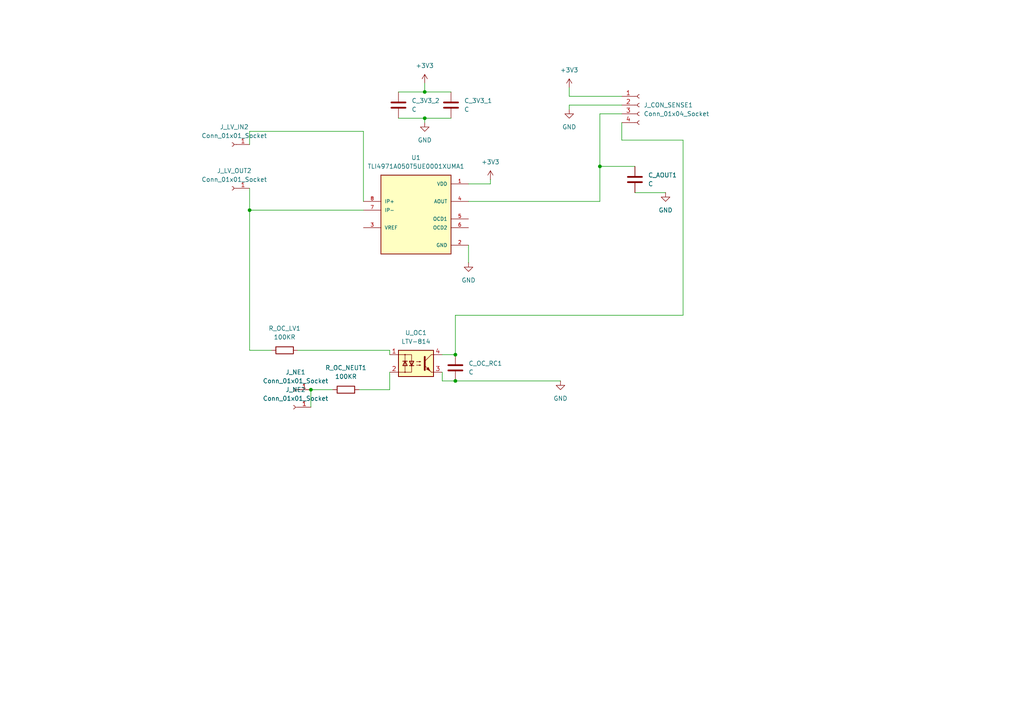
<source format=kicad_sch>
(kicad_sch (version 20231120) (generator "eeschema") (generator_version "8.0")
  (paper "A4")
  (lib_symbols
    (symbol "Connector:Conn_01x01_Socket" (pin_names (offset 1.016) hide)
      (property "Reference" "J" (at 0 2.54 0))
      (property "Value" "Conn_01x01_Socket" (at 0 -2.54 0))
      (symbol "Conn_01x01_Socket_1_1"
        (polyline (pts (xy -1.27 0) (xy -0.508 0)) (stroke (width 0.1524)))
        (arc (start 0 0.508) (mid -0.5058 0) (end 0 -0.508) (stroke (width 0.1524)))
        (pin passive line (at -5.08 0 0) (length 3.81) (name "Pin_1") (number "1"))
      )
    )
    (symbol "Connector:Conn_01x04_Socket" (pin_names (offset 1.016) hide)
      (property "Reference" "J" (at 0 5.08 0))
      (property "Value" "Conn_01x04_Socket" (at 0 -7.62 0))
      (symbol "Conn_01x04_Socket_1_1"
        (arc (start 0 -4.572) (mid -0.5058 -5.08) (end 0 -5.588) (stroke (width 0.1524)))
        (arc (start 0 -2.032) (mid -0.5058 -2.54) (end 0 -3.048) (stroke (width 0.1524)))
        (polyline (pts (xy -1.27 -5.08) (xy -0.508 -5.08)) (stroke (width 0.1524)))
        (polyline (pts (xy -1.27 -2.54) (xy -0.508 -2.54)) (stroke (width 0.1524)))
        (polyline (pts (xy -1.27 0) (xy -0.508 0)) (stroke (width 0.1524)))
        (polyline (pts (xy -1.27 2.54) (xy -0.508 2.54)) (stroke (width 0.1524)))
        (arc (start 0 0.508) (mid -0.5058 0) (end 0 -0.508) (stroke (width 0.1524)))
        (arc (start 0 3.048) (mid -0.5058 2.54) (end 0 2.032) (stroke (width 0.1524)))
        (pin passive line (at -5.08 2.54 0) (length 3.81) (name "Pin_1") (number "1"))
        (pin passive line (at -5.08 0 0) (length 3.81) (name "Pin_2") (number "2"))
        (pin passive line (at -5.08 -2.54 0) (length 3.81) (name "Pin_3") (number "3"))
        (pin passive line (at -5.08 -5.08 0) (length 3.81) (name "Pin_4") (number "4"))
      )
    )
    (symbol "Device:C" (pin_numbers hide) (pin_names (offset 0.254))
      (property "Reference" "C" (at 0.635 2.54 0))
      (property "Value" "C" (at 0.635 -2.54 0))
      (symbol "C_0_1"
        (polyline (pts (xy -2.032 -0.762) (xy 2.032 -0.762)) (stroke (width 0.508)))
        (polyline (pts (xy -2.032 0.762) (xy 2.032 0.762)) (stroke (width 0.508)))
      )
      (symbol "C_1_1"
        (pin passive line (at 0 3.81 270) (length 2.794) (name "~") (number "1"))
        (pin passive line (at 0 -3.81 90) (length 2.794) (name "~") (number "2"))
      )
    )
    (symbol "Device:R" (pin_numbers hide) (pin_names (offset 0))
      (property "Reference" "R" (at 2.032 0 90))
      (property "Value" "R" (at 0 0 90))
      (symbol "R_0_1"
        (rectangle (start -1.016 -2.54) (end 1.016 2.54) (stroke (width 0.254)))
      )
      (symbol "R_1_1"
        (pin passive line (at 0 3.81 270) (length 1.27) (name "~") (number "1"))
        (pin passive line (at 0 -3.81 90) (length 1.27) (name "~") (number "2"))
      )
    )
    (symbol "Isolator:LTV-814" (pin_names (offset 1.016))
      (property "Reference" "U" (at -5.08 5.08 0))
      (property "Value" "LTV-814" (at 0 5.08 0))
      (symbol "LTV-814_0_1"
        (rectangle (start -5.08 3.81) (end 5.08 -3.81) (stroke (width 0.254)) (fill (type background)))
        (circle (center -3.175 -2.54) (radius 0.127))
        (circle (center -3.175 2.54) (radius 0.127))
        (polyline (pts (xy -3.175 2.54) (xy -3.175 -2.54)))
        (polyline (pts (xy -1.905 -0.635) (xy -0.635 -0.635)) (stroke (width 0.254)))
        (polyline (pts (xy 2.54 0.635) (xy 4.445 2.54)))
        (polyline (pts (xy 4.445 -2.54) (xy 2.54 -0.635)) (fill (type outline)))
        (polyline (pts (xy 4.445 -2.54) (xy 5.08 -2.54)))
        (polyline (pts (xy 4.445 2.54) (xy 5.08 2.54)))
        (polyline (pts (xy -5.08 2.54) (xy -1.27 2.54) (xy -1.27 -0.762)))
        (polyline (pts (xy -1.27 -0.635) (xy -1.27 -2.54) (xy -5.08 -2.54)))
        (polyline (pts (xy 2.54 1.905) (xy 2.54 -1.905) (xy 2.54 -1.905)) (stroke (width 0.508)))
        (polyline (pts (xy -1.27 -0.635) (xy -1.905 0.635) (xy -0.635 0.635) (xy -1.27 -0.635)) (stroke (width 0.254)))
        (polyline (pts (xy 0.127 -0.508) (xy 1.397 -0.508) (xy 1.016 -0.635) (xy 1.016 -0.381) (xy 1.397 -0.508)))
        (polyline (pts (xy 0.127 0.508) (xy 1.397 0.508) (xy 1.016 0.381) (xy 1.016 0.635) (xy 1.397 0.508)))
        (polyline (pts (xy 3.048 -1.651) (xy 3.556 -1.143) (xy 4.064 -2.159) (xy 3.048 -1.651) (xy 3.048 -1.651)) (fill (type outline)))
      )
      (symbol "LTV-814_1_1"
        (polyline (pts (xy -3.81 0.635) (xy -2.54 0.635)) (stroke (width 0.254)))
        (polyline (pts (xy -3.175 0.635) (xy -3.81 -0.635) (xy -2.54 -0.635) (xy -3.175 0.635)) (stroke (width 0.254)))
        (pin passive line (at -7.62 2.54 0) (length 2.54) (name "~") (number "1"))
        (pin passive line (at -7.62 -2.54 0) (length 2.54) (name "~") (number "2"))
        (pin passive line (at 7.62 -2.54 180) (length 2.54) (name "~") (number "3"))
        (pin passive line (at 7.62 2.54 180) (length 2.54) (name "~") (number "4"))
      )
    )
    (symbol "TLI4971A050T5UE0001XUMA1:TLI4971A050T5UE0001XUMA1" (pin_names (offset 1.016))
      (property "Reference" "U" (at -10.16 11.049 0))
      (property "Value" "TLI4971A050T5UE0001XUMA1" (at -10.16 -15.24 0))
      (symbol "TLI4971A050T5UE0001XUMA1_0_0"
        (rectangle (start -10.16 -12.7) (end 10.16 10.16) (stroke (width 0.254)) (fill (type background)))
        (pin power_in line (at 15.24 7.62 180) (length 5.08) (name "VDD") (number "1"))
        (pin power_in line (at 15.24 -10.16 180) (length 5.08) (name "GND") (number "2"))
        (pin bidirectional line (at -15.24 -5.08 0) (length 5.08) (name "VREF") (number "3"))
        (pin output line (at 15.24 2.54 180) (length 5.08) (name "AOUT") (number "4"))
        (pin output line (at 15.24 -2.54 180) (length 5.08) (name "OCD1") (number "5"))
        (pin output line (at 15.24 -5.08 180) (length 5.08) (name "OCD2") (number "6"))
        (pin input line (at -15.24 0 0) (length 5.08) (name "IP-") (number "7"))
        (pin input line (at -15.24 2.54 0) (length 5.08) (name "IP+") (number "8"))
      )
    )
    (symbol "power:+3V3" (power) (pin_numbers hide) (pin_names (offset 0) hide)
      (property "Value" "+3V3" (at 0 3.556 0))
      (symbol "+3V3_0_1"
        (polyline (pts (xy -0.762 1.27) (xy 0 2.54)))
        (polyline (pts (xy 0 0) (xy 0 2.54)))
        (polyline (pts (xy 0 2.54) (xy 0.762 1.27)))
      )
      (symbol "+3V3_1_1"
        (pin power_in line (at 0 0 90) (length 0) (name "~") (number "1"))
      )
    )
    (symbol "power:GND" (power) (pin_numbers hide) (pin_names (offset 0) hide)
      (property "Value" "GND" (at 0 -3.81 0))
      (symbol "GND_0_1"
        (polyline (pts (xy 0 0) (xy 0 -1.27) (xy 1.27 -1.27) (xy 0 -2.54) (xy -1.27 -1.27) (xy 0 -1.27)))
      )
      (symbol "GND_1_1"
        (pin power_in line (at 0 0 270) (length 0) (name "~") (number "1"))
      )
    )
  )
  (junction (at 173.99 48.26))
  (junction (at 132.08 102.87))
  (junction (at 123.19 34.29))
  (junction (at 90.17 113.03))
  (junction (at 132.08 110.49))
  (junction (at 123.19 26.67))
  (junction (at 72.39 60.96))
  (wire (pts (xy 113.03 101.6) (xy 113.03 102.87)))
  (wire (pts (xy 173.99 33.02) (xy 180.34 33.02)))
  (wire (pts (xy 132.08 91.44) (xy 198.12 91.44)))
  (wire (pts (xy 105.41 38.1) (xy 105.41 58.42)))
  (wire (pts (xy 198.12 91.44) (xy 198.12 40.64)))
  (wire (pts (xy 198.12 40.64) (xy 180.34 40.64)))
  (wire (pts (xy 173.99 48.26) (xy 184.15 48.26)))
  (wire (pts (xy 142.24 52.07) (xy 142.24 53.34)))
  (wire (pts (xy 115.57 26.67) (xy 123.19 26.67)))
  (wire (pts (xy 128.27 110.49) (xy 132.08 110.49)))
  (wire (pts (xy 113.03 113.03) (xy 104.14 113.03)))
  (wire (pts (xy 165.1 30.48) (xy 165.1 31.75)))
  (wire (pts (xy 165.1 27.94) (xy 180.34 27.94)))
  (wire (pts (xy 135.89 71.12) (xy 135.89 76.2)))
  (wire (pts (xy 130.81 34.29) (xy 123.19 34.29)))
  (wire (pts (xy 72.39 60.96) (xy 72.39 101.6)))
  (wire (pts (xy 173.99 48.26) (xy 173.99 33.02)))
  (wire (pts (xy 165.1 25.4) (xy 165.1 27.94)))
  (wire (pts (xy 142.24 53.34) (xy 135.89 53.34)))
  (wire (pts (xy 90.17 113.03) (xy 96.52 113.03)))
  (wire (pts (xy 184.15 55.88) (xy 193.04 55.88)))
  (wire (pts (xy 123.19 26.67) (xy 123.19 24.13)))
  (wire (pts (xy 128.27 102.87) (xy 132.08 102.87)))
  (wire (pts (xy 72.39 101.6) (xy 78.74 101.6)))
  (wire (pts (xy 72.39 60.96) (xy 105.41 60.96)))
  (wire (pts (xy 123.19 26.67) (xy 130.81 26.67)))
  (wire (pts (xy 90.17 113.03) (xy 90.17 118.11)))
  (wire (pts (xy 132.08 102.87) (xy 132.08 91.44)))
  (wire (pts (xy 180.34 40.64) (xy 180.34 35.56)))
  (wire (pts (xy 123.19 34.29) (xy 123.19 35.56)))
  (wire (pts (xy 128.27 107.95) (xy 128.27 110.49)))
  (wire (pts (xy 173.99 58.42) (xy 173.99 48.26)))
  (wire (pts (xy 72.39 54.61) (xy 72.39 60.96)))
  (wire (pts (xy 132.08 110.49) (xy 162.56 110.49)))
  (wire (pts (xy 72.39 38.1) (xy 72.39 41.91)))
  (wire (pts (xy 115.57 34.29) (xy 123.19 34.29)))
  (wire (pts (xy 135.89 58.42) (xy 173.99 58.42)))
  (wire (pts (xy 180.34 30.48) (xy 165.1 30.48)))
  (wire (pts (xy 72.39 38.1) (xy 105.41 38.1)))
  (wire (pts (xy 113.03 107.95) (xy 113.03 113.03)))
  (wire (pts (xy 86.36 101.6) (xy 113.03 101.6)))
  (symbol (lib_id "power:+3V3") (at 123.19 24.13 0) (unit 1)
    (property "Reference" "#PWR09" (effects (hide yes)))
    (property "Value" "+3V3" (at 123.19 19.05 0))
    (property "Description" "Power symbol creates a global label with name \"+3V3\"" (effects (hide yes)))
  )
  (symbol (lib_id "Connector:Conn_01x01_Socket") (at 67.31 41.91 180) (unit 1)
    (property "Reference" "J_LV_IN2" (at 67.945 36.83 0))
    (property "Value" "Conn_01x01_Socket" (at 67.945 39.37 0))
    (property "Footprint" "Connector_Wire:SolderWirePad_1x01_SMD_5x10mm" (effects (hide yes)))
    (property "Description" "Generic connector, single row, 01x01, script generated" (effects (hide yes)))
  )
  (symbol (lib_id "power:GND") (at 165.1 31.75 0) (unit 1)
    (property "Reference" "#PWR02" (effects (hide yes)))
    (property "Value" "GND" (at 165.1 36.83 0))
    (property "Description" "Power symbol creates a global label with name \"GND\" , ground" (effects (hide yes)))
  )
  (symbol (lib_id "power:GND") (at 135.89 76.2 0) (unit 1)
    (property "Reference" "#PWR05" (effects (hide yes)))
    (property "Value" "GND" (at 135.89 81.28 0))
    (property "Description" "Power symbol creates a global label with name \"GND\" , ground" (effects (hide yes)))
  )
  (symbol (lib_id "power:+3V3") (at 165.1 25.4 0) (unit 1)
    (property "Reference" "#PWR01" (effects (hide yes)))
    (property "Value" "+3V3" (at 165.1 20.32 0))
    (property "Description" "Power symbol creates a global label with name \"+3V3\"" (effects (hide yes)))
  )
  (symbol (lib_id "Connector:Conn_01x01_Socket") (at 85.09 113.03 180) (unit 1)
    (property "Reference" "J_NE1" (at 85.725 107.95 0))
    (property "Value" "Conn_01x01_Socket" (at 85.725 110.49 0))
    (property "Footprint" "Connector_Wire:SolderWire-2.5sqmm_1x01_D2.4mm_OD3.6mm" (effects (hide yes)))
    (property "Description" "Generic connector, single row, 01x01, script generated" (effects (hide yes)))
  )
  (symbol (lib_id "Connector:Conn_01x01_Socket") (at 85.09 118.11 180) (unit 1)
    (property "Reference" "J_NE2" (at 85.725 113.03 0))
    (property "Value" "Conn_01x01_Socket" (at 85.725 115.57 0))
    (property "Footprint" "Connector_Wire:SolderWire-2.5sqmm_1x01_D2.4mm_OD3.6mm" (effects (hide yes)))
    (property "Description" "Generic connector, single row, 01x01, script generated" (effects (hide yes)))
  )
  (symbol (lib_id "Device:R") (at 82.55 101.6 270) (unit 1)
    (property "Reference" "R_OC_LV1" (at 82.55 95.25 90))
    (property "Value" "100KR" (at 82.55 97.79 90))
    (property "Footprint" "Resistor_THT:R_Axial_DIN0617_L17.0mm_D6.0mm_P20.32mm_Horizontal" (effects (hide yes)))
    (property "Description" "Resistor" (effects (hide yes)))
  )
  (symbol (lib_id "Device:C") (at 184.15 52.07 0) (unit 1)
    (property "Reference" "C_AOUT1" (at 187.96 50.7999 0) (effects (justify left)))
    (property "Value" "C" (at 187.96 53.3399 0) (effects (justify left)))
    (property "Footprint" "Capacitor_THT:C_Disc_D3.8mm_W2.6mm_P2.50mm" (effects (hide yes)))
    (property "Description" "Unpolarized capacitor" (effects (hide yes)))
  )
  (symbol (lib_id "Connector:Conn_01x04_Socket") (at 185.42 30.48 0) (unit 1)
    (property "Reference" "J_CON_SENSE1" (at 186.69 30.4799 0) (effects (justify left)))
    (property "Value" "Conn_01x04_Socket" (at 186.69 33.0199 0) (effects (justify left)))
    (property "Footprint" "Connector_PinHeader_2.54mm:PinHeader_1x04_P2.54mm_Vertical" (effects (hide yes)))
    (property "Description" "Generic connector, single row, 01x04, script generated" (effects (hide yes)))
  )
  (symbol (lib_id "power:GND") (at 123.19 35.56 0) (unit 1)
    (property "Reference" "#PWR010" (effects (hide yes)))
    (property "Value" "GND" (at 123.19 40.64 0))
    (property "Description" "Power symbol creates a global label with name \"GND\" , ground" (effects (hide yes)))
  )
  (symbol (lib_id "power:GND") (at 162.56 110.49 0) (unit 1)
    (property "Reference" "#PWR08" (effects (hide yes)))
    (property "Value" "GND" (at 162.56 115.57 0))
    (property "Description" "Power symbol creates a global label with name \"GND\" , ground" (effects (hide yes)))
  )
  (symbol (lib_id "Device:C") (at 130.81 30.48 0) (unit 1)
    (property "Reference" "C_3V3_1" (at 134.62 29.2099 0) (effects (justify left)))
    (property "Value" "C" (at 134.62 31.7499 0) (effects (justify left)))
    (property "Footprint" "Capacitor_THT:C_Disc_D3.8mm_W2.6mm_P2.50mm" (effects (hide yes)))
    (property "Description" "Unpolarized capacitor" (effects (hide yes)))
  )
  (symbol (lib_id "Connector:Conn_01x01_Socket") (at 67.31 54.61 180) (unit 1)
    (property "Reference" "J_LV_OUT2" (at 67.945 49.53 0))
    (property "Value" "Conn_01x01_Socket" (at 67.945 52.07 0))
    (property "Footprint" "Connector_Wire:SolderWirePad_1x01_SMD_5x10mm" (effects (hide yes)))
    (property "Description" "Generic connector, single row, 01x01, script generated" (effects (hide yes)))
  )
  (symbol (lib_id "power:GND") (at 193.04 55.88 0) (unit 1)
    (property "Reference" "#PWR011" (effects (hide yes)))
    (property "Value" "GND" (at 193.04 60.96 0))
    (property "Description" "Power symbol creates a global label with name \"GND\" , ground" (effects (hide yes)))
  )
  (symbol (lib_id "Device:R") (at 100.33 113.03 270) (unit 1)
    (property "Reference" "R_OC_NEUT1" (at 100.33 106.68 90))
    (property "Value" "100KR" (at 100.33 109.22 90))
    (property "Footprint" "Resistor_THT:R_Axial_DIN0617_L17.0mm_D6.0mm_P20.32mm_Horizontal" (effects (hide yes)))
    (property "Description" "Resistor" (effects (hide yes)))
  )
  (symbol (lib_id "TLI4971A050T5UE0001XUMA1:TLI4971A050T5UE0001XUMA1") (at 120.65 60.96 0) (unit 1)
    (property "Reference" "U1" (at 120.65 45.72 0))
    (property "Value" "TLI4971A050T5UE0001XUMA1" (at 120.65 48.26 0))
    (property "Footprint" "TLI4971A050T5UE0001XUMA1:IC_TLI4971A050T5UE0001XUMA1" (effects (hide yes)))
    (property "MF" "Infineon Technologies" (effects (hide yes)))
    (property "MAXIMUM_PACKAGE_HEIGHT" "1.1 mm" (effects (hide yes)))
    (property "Package" "PowerTDFN-8 Infineon Technologies" (effects (hide yes)))
    (property "Price" "None" (effects (hide yes)))
    (property "Check_prices" "https://www.snapeda.com/parts/TLI4971A050T5UE0001XUMA1/Infineon/view-part/?ref=eda" (effects (hide yes)))
    (property "STANDARD" "Manufacturer Recommendations" (effects (hide yes)))
    (property "PARTREV" "1.20" (effects (hide yes)))
    (property "SnapEDA_Link" "https://www.snapeda.com/parts/TLI4971A050T5UE0001XUMA1/Infineon/view-part/?ref=snap" (effects (hide yes)))
    (property "MP" "TLI4971A050T5UE0001XUMA1" (effects (hide yes)))
    (property "Description_1" "\n                        \n                            Current Sensor 50A 1 Channel Hall Effect, Open Loop Unidirectional 8-PowerTDFN\n                        \n" (effects (hide yes)))
    (property "Availability" "In Stock" (effects (hide yes)))
    (property "MANUFACTURER" "Infineon Technologies" (effects (hide yes)))
  )
  (symbol (lib_id "Device:C") (at 115.57 30.48 0) (unit 1)
    (property "Reference" "C_3V3_2" (at 119.38 29.2099 0) (effects (justify left)))
    (property "Value" "C" (at 119.38 31.7499 0) (effects (justify left)))
    (property "Footprint" "Capacitor_THT:C_Disc_D3.8mm_W2.6mm_P2.50mm" (effects (hide yes)))
    (property "Description" "Unpolarized capacitor" (effects (hide yes)))
  )
  (symbol (lib_id "power:+3V3") (at 142.24 52.07 0) (unit 1)
    (property "Reference" "#PWR06" (effects (hide yes)))
    (property "Value" "+3V3" (at 142.24 46.99 0))
    (property "Description" "Power symbol creates a global label with name \"+3V3\"" (effects (hide yes)))
  )
  (symbol (lib_id "Isolator:LTV-814") (at 120.65 105.41 0) (unit 1)
    (property "Reference" "U_OC1" (at 120.65 96.52 0))
    (property "Value" "LTV-814" (at 120.65 99.06 0))
    (property "Footprint" "Package_DIP:DIP-4_W7.62mm" (effects (hide yes)))
    (property "Datasheet" "https://optoelectronics.liteon.com/upload/download/DS-70-96-0013/LTV-8X4%20series%20201509.pdf" (effects (hide yes)))
    (property "Description" "AC/DC Optocoupler, Vce 35V, CTR 20%, DIP4" (effects (hide yes)))
  )
  (symbol (lib_id "Device:C") (at 132.08 106.68 0) (unit 1)
    (property "Reference" "C_OC_RC1" (at 135.89 105.4099 0) (effects (justify left)))
    (property "Value" "C" (at 135.89 107.9499 0) (effects (justify left)))
    (property "Footprint" "Capacitor_THT:C_Disc_D5.0mm_W2.5mm_P5.00mm" (effects (hide yes)))
    (property "Description" "Unpolarized capacitor" (effects (hide yes)))
  )
)
</source>
